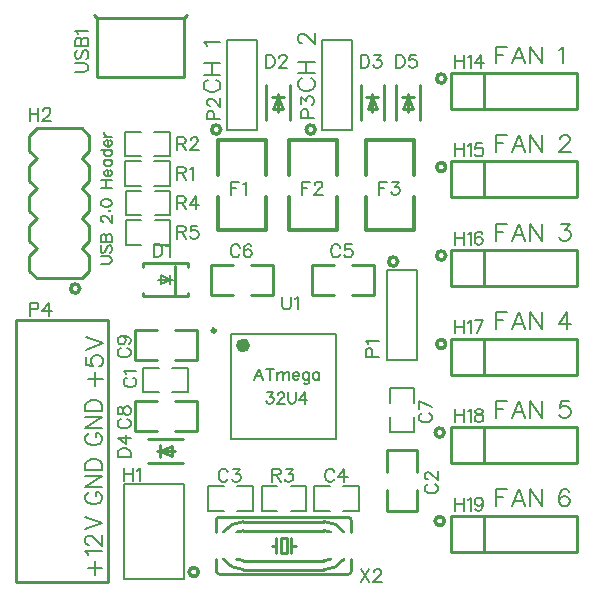
<source format=gto>
G04 Layer: TopSilkLayer*
G04 EasyEDA v6.2.44, 2019-10-08T14:21:55+02:00*
G04 eb769dd03b8a4f4b8b9bb7d3164b0f61,d54f43e133bf43b298e367d61d3b1b7b,10*
G04 Gerber Generator version 0.2*
G04 Scale: 100 percent, Rotated: No, Reflected: No *
G04 Dimensions in millimeters *
G04 leading zeros omitted , absolute positions ,3 integer and 3 decimal *
%FSLAX33Y33*%
%MOMM*%
G90*
G71D02*

%ADD10C,0.254000*%
%ADD11C,0.299999*%
%ADD33C,0.203200*%
%ADD34C,0.202999*%
%ADD35C,0.330200*%
%ADD36C,0.200000*%
%ADD37C,0.199898*%
%ADD38C,0.127000*%
%ADD39C,0.599999*%
%ADD40C,0.152400*%

%LPD*%
G54D10*
G01X299Y400D02*
G01X299Y22600D01*
G01X8099Y22600D01*
G01X8099Y400D01*
G01X299Y400D01*
G54D33*
G01X26229Y40595D02*
G01X26229Y38690D01*
G01X28769Y38690D01*
G01X28769Y46310D01*
G01X26229Y46310D01*
G54D34*
G01X26229Y46310D02*
G01X26229Y40595D01*
G54D35*
G01X23467Y34889D02*
G01X23467Y37810D01*
G01X27531Y37810D01*
G01X27531Y34889D01*
G01X23467Y32984D02*
G01X23467Y30190D01*
G01X27531Y30190D01*
G01X27531Y32984D01*
G01X17467Y34889D02*
G01X17467Y37810D01*
G01X21531Y37810D01*
G01X21531Y34889D01*
G01X17467Y32984D02*
G01X17467Y30190D01*
G01X21531Y30190D01*
G01X21531Y32984D01*
G54D33*
G01X18229Y40595D02*
G01X18229Y38690D01*
G01X20769Y38690D01*
G01X20769Y46310D01*
G01X18229Y46310D01*
G54D34*
G01X18229Y46310D02*
G01X18229Y40595D01*
G54D33*
G01X34269Y24905D02*
G01X34269Y26810D01*
G01X31729Y26810D01*
G01X31729Y19190D01*
G01X34269Y19190D01*
G54D34*
G01X34269Y19190D02*
G01X34269Y24905D01*
G54D36*
G01X27449Y21450D02*
G01X27449Y12550D01*
G01X18549Y12550D01*
G01X18549Y21450D01*
G01X27449Y21450D01*
G54D37*
G01X28054Y6466D02*
G01X29374Y6466D01*
G01X29374Y8536D01*
G01X28054Y8536D01*
G01X26922Y6466D02*
G01X25602Y6466D01*
G01X25602Y8536D01*
G01X26922Y8536D01*
G01X19054Y6466D02*
G01X20374Y6466D01*
G01X20374Y8536D01*
G01X19054Y8536D01*
G01X17922Y6466D02*
G01X16602Y6466D01*
G01X16602Y8536D01*
G01X17922Y8536D01*
G01X12444Y18535D02*
G01X11124Y18535D01*
G01X11124Y16465D01*
G01X12444Y16465D01*
G01X13576Y18535D02*
G01X14896Y18535D01*
G01X14896Y16465D01*
G01X13576Y16465D01*
G01X12054Y36466D02*
G01X13374Y36466D01*
G01X13374Y38536D01*
G01X12054Y38536D01*
G01X10922Y36466D02*
G01X9602Y36466D01*
G01X9602Y38536D01*
G01X10922Y38536D01*
G01X12038Y33966D02*
G01X13358Y33966D01*
G01X13358Y36036D01*
G01X12038Y36036D01*
G01X10906Y33966D02*
G01X9586Y33966D01*
G01X9586Y36036D01*
G01X10906Y36036D01*
G54D10*
G01X7163Y48165D02*
G01X6909Y48419D01*
G01X14532Y48156D02*
G01X14786Y48410D01*
G01X14549Y48200D02*
G01X14549Y43200D01*
G01X7149Y43200D01*
G01X7149Y48200D01*
G01X14549Y48200D01*
G01X37165Y43524D02*
G01X47833Y43524D01*
G01X47833Y40476D01*
G01X37165Y40476D01*
G01X37165Y43524D01*
G01X39959Y43524D02*
G01X39959Y40476D01*
G01X37165Y36024D02*
G01X47833Y36024D01*
G01X47833Y32976D01*
G01X37165Y32976D01*
G01X37165Y36024D01*
G01X39959Y36024D02*
G01X39959Y32976D01*
G01X37165Y28524D02*
G01X47833Y28524D01*
G01X47833Y25476D01*
G01X37165Y25476D01*
G01X37165Y28524D01*
G01X39959Y28524D02*
G01X39959Y25476D01*
G01X37165Y21024D02*
G01X47833Y21024D01*
G01X47833Y17976D01*
G01X37165Y17976D01*
G01X37165Y21024D01*
G01X39959Y21024D02*
G01X39959Y17976D01*
G01X37165Y13524D02*
G01X47833Y13524D01*
G01X47833Y10476D01*
G01X37165Y10476D01*
G01X37165Y13524D01*
G01X39959Y13524D02*
G01X39959Y10476D01*
G01X37165Y6024D02*
G01X47833Y6024D01*
G01X47833Y2976D01*
G01X37165Y2976D01*
G01X37165Y6024D01*
G01X39959Y6024D02*
G01X39959Y2976D01*
G01X14899Y24600D02*
G01X11099Y24600D01*
G01X13799Y27200D02*
G01X13799Y24701D01*
G54D38*
G01X13373Y26000D02*
G01X13373Y26381D01*
G01X12611Y26381D02*
G01X13373Y26000D01*
G01X12611Y26000D02*
G01X12611Y26381D01*
G01X13373Y26000D02*
G01X13373Y25619D01*
G01X12611Y25619D02*
G01X13373Y26000D01*
G01X12611Y26000D02*
G01X12611Y25619D01*
G01X12357Y26000D02*
G01X13627Y26000D01*
G54D10*
G01X14899Y27400D02*
G01X11099Y27400D01*
G01X14899Y24600D02*
G01X14899Y24869D01*
G01X14899Y27132D02*
G01X14899Y27400D01*
G01X11099Y24600D02*
G01X11099Y24869D01*
G01X11099Y27132D02*
G01X11099Y27400D01*
G01X22499Y41508D02*
G01X22906Y40492D01*
G01X22906Y40492D02*
G01X22093Y40492D01*
G01X22093Y40492D02*
G01X22499Y41508D01*
G01X23499Y42500D02*
G01X23499Y39500D01*
G01X21499Y42500D02*
G01X21499Y39500D01*
G01X23007Y41508D02*
G01X21991Y41508D01*
G01X22499Y41762D02*
G01X22499Y40238D01*
G01X30499Y41508D02*
G01X30906Y40492D01*
G01X30906Y40492D02*
G01X30093Y40492D01*
G01X30093Y40492D02*
G01X30499Y41508D01*
G01X31499Y42500D02*
G01X31499Y39500D01*
G01X29499Y42500D02*
G01X29499Y39500D01*
G01X31007Y41508D02*
G01X29991Y41508D01*
G01X30499Y41762D02*
G01X30499Y40238D01*
G01X31729Y8238D02*
G01X31729Y6390D01*
G01X34269Y6390D01*
G01X34269Y8238D01*
G01X34269Y9762D02*
G01X34269Y11620D01*
G01X31729Y11620D01*
G01X31729Y9762D01*
G01X27237Y27270D02*
G01X25389Y27270D01*
G01X25389Y24730D01*
G01X27237Y24730D01*
G01X28761Y24730D02*
G01X30619Y24730D01*
G01X30619Y27270D01*
G01X28761Y27270D01*
G01X20261Y24730D02*
G01X22109Y24730D01*
G01X22109Y27270D01*
G01X20261Y27270D01*
G01X18737Y27270D02*
G01X16879Y27270D01*
G01X16879Y24730D01*
G01X18737Y24730D01*
G54D37*
G01X34034Y15555D02*
G01X34034Y16875D01*
G01X31964Y16875D01*
G01X31964Y15555D01*
G01X34034Y14423D02*
G01X34034Y13103D01*
G01X31964Y13103D01*
G01X31964Y14423D01*
G54D33*
G01X9459Y690D02*
G01X9459Y8691D01*
G01X14539Y8691D01*
G01X14539Y690D01*
G01X9459Y690D01*
G54D10*
G01X12237Y15770D02*
G01X10389Y15770D01*
G01X10389Y13230D01*
G01X12237Y13230D01*
G01X13761Y13230D02*
G01X15619Y13230D01*
G01X15619Y15770D01*
G01X13761Y15770D01*
G01X12237Y21770D02*
G01X10389Y21770D01*
G01X10389Y19230D01*
G01X12237Y19230D01*
G01X13761Y19230D02*
G01X15619Y19230D01*
G01X15619Y21770D01*
G01X13761Y21770D01*
G01X12491Y11500D02*
G01X13507Y11907D01*
G01X13507Y11907D02*
G01X13507Y11094D01*
G01X13507Y11094D02*
G01X12491Y11500D01*
G01X11499Y12500D02*
G01X14499Y12500D01*
G01X11499Y10500D02*
G01X14499Y10500D01*
G01X12491Y12008D02*
G01X12491Y10992D01*
G01X12237Y11500D02*
G01X13761Y11500D01*
G01X28714Y4643D02*
G01X28714Y5659D01*
G01X26428Y2230D02*
G01X19570Y2230D01*
G01X26428Y1468D02*
G01X19570Y1468D01*
G01X19570Y4770D02*
G01X26428Y4770D01*
G01X28460Y1087D02*
G01X17538Y1087D01*
G01X28714Y1341D02*
G01X28714Y2357D01*
G01X23634Y3500D02*
G01X24015Y3500D01*
G01X17284Y1341D02*
G01X17284Y2357D01*
G01X23634Y3500D02*
G01X23634Y2865D01*
G01X19570Y5532D02*
G01X26428Y5532D01*
G01X23634Y4135D02*
G01X23634Y3500D01*
G01X28460Y5913D02*
G01X17538Y5913D01*
G01X22364Y3500D02*
G01X21983Y3500D01*
G01X22745Y4135D02*
G01X22745Y2865D01*
G01X22364Y3500D02*
G01X22364Y2865D01*
G01X22745Y2865D02*
G01X23253Y2865D01*
G01X22364Y4135D02*
G01X22364Y3500D01*
G01X23253Y2865D02*
G01X23253Y4135D01*
G01X23253Y4135D02*
G01X22745Y4135D01*
G01X17284Y4643D02*
G01X17284Y5659D01*
G54D37*
G01X22444Y8535D02*
G01X21124Y8535D01*
G01X21124Y6465D01*
G01X22444Y6465D01*
G01X23576Y8535D02*
G01X24897Y8535D01*
G01X24897Y6465D01*
G01X23576Y6465D01*
G54D10*
G01X33499Y41508D02*
G01X33906Y40492D01*
G01X33906Y40492D02*
G01X33093Y40492D01*
G01X33093Y40492D02*
G01X33499Y41508D01*
G01X34499Y42500D02*
G01X34499Y39500D01*
G01X32499Y42500D02*
G01X32499Y39500D01*
G01X34007Y41508D02*
G01X32991Y41508D01*
G01X33499Y41762D02*
G01X33499Y40238D01*
G54D35*
G01X29967Y34889D02*
G01X29967Y37810D01*
G01X34031Y37810D01*
G01X34031Y34889D01*
G01X29967Y32984D02*
G01X29967Y30190D01*
G01X34031Y30190D01*
G01X34031Y32984D01*
G54D10*
G01X2094Y38850D02*
G01X5904Y38850D01*
G01X2094Y26151D02*
G01X5904Y26151D01*
G01X2094Y26151D02*
G01X1459Y26786D01*
G01X1459Y28056D01*
G01X2094Y28691D01*
G01X5904Y26151D02*
G01X6539Y26786D01*
G01X6539Y28056D01*
G01X5904Y28691D01*
G01X2094Y28691D02*
G01X1459Y29326D01*
G01X1459Y30596D01*
G01X2094Y31231D01*
G01X5904Y28691D02*
G01X6539Y29326D01*
G01X6539Y30596D01*
G01X5904Y31231D01*
G01X2094Y31231D02*
G01X1459Y31866D01*
G01X1459Y33136D01*
G01X2094Y33771D01*
G01X5904Y31231D02*
G01X6539Y31866D01*
G01X6539Y33136D01*
G01X5904Y33771D01*
G01X2094Y33771D02*
G01X1459Y34406D01*
G01X1459Y35676D01*
G01X2094Y36311D01*
G01X5904Y33771D02*
G01X6539Y34406D01*
G01X6539Y35676D01*
G01X5904Y36311D01*
G01X2094Y36311D02*
G01X1459Y36946D01*
G01X1459Y38216D01*
G01X2094Y38851D01*
G01X5904Y36311D02*
G01X6539Y36946D01*
G01X6539Y38216D01*
G01X5904Y38851D01*
G54D37*
G01X10928Y33535D02*
G01X9608Y33535D01*
G01X9608Y31465D01*
G01X10928Y31465D01*
G01X12060Y33535D02*
G01X13380Y33535D01*
G01X13380Y31465D01*
G01X12060Y31465D01*
G01X10944Y31035D02*
G01X9624Y31035D01*
G01X9624Y28965D01*
G01X10944Y28965D01*
G01X12076Y31035D02*
G01X13397Y31035D01*
G01X13397Y28965D01*
G01X12076Y28965D01*
G54D40*
G01X1499Y24063D02*
G01X1499Y22974D01*
G01X1499Y24063D02*
G01X1966Y24063D01*
G01X2121Y24012D01*
G01X2175Y23959D01*
G01X2226Y23855D01*
G01X2226Y23700D01*
G01X2175Y23596D01*
G01X2121Y23545D01*
G01X1966Y23492D01*
G01X1499Y23492D01*
G01X3089Y24063D02*
G01X2568Y23337D01*
G01X3348Y23337D01*
G01X3089Y24063D02*
G01X3089Y22974D01*
G01X24480Y39745D02*
G01X25570Y39745D01*
G01X24480Y39745D02*
G01X24480Y40213D01*
G01X24531Y40368D01*
G01X24582Y40421D01*
G01X24686Y40472D01*
G01X24843Y40472D01*
G01X24947Y40421D01*
G01X24998Y40368D01*
G01X25052Y40213D01*
G01X25052Y39745D01*
G01X24480Y40919D02*
G01X24480Y41490D01*
G01X24894Y41181D01*
G01X24894Y41335D01*
G01X24947Y41440D01*
G01X24998Y41490D01*
G01X25153Y41544D01*
G01X25257Y41544D01*
G01X25415Y41490D01*
G01X25519Y41386D01*
G01X25570Y41231D01*
G01X25570Y41076D01*
G01X25519Y40919D01*
G01X25466Y40868D01*
G01X25361Y40815D01*
G01X24561Y34318D02*
G01X24561Y33228D01*
G01X24561Y34318D02*
G01X25237Y34318D01*
G01X24561Y33799D02*
G01X24978Y33799D01*
G01X25631Y34058D02*
G01X25631Y34112D01*
G01X25684Y34216D01*
G01X25735Y34267D01*
G01X25839Y34318D01*
G01X26047Y34318D01*
G01X26151Y34267D01*
G01X26202Y34216D01*
G01X26255Y34112D01*
G01X26255Y34008D01*
G01X26202Y33904D01*
G01X26098Y33746D01*
G01X25580Y33228D01*
G01X26306Y33228D01*
G01X18561Y34285D02*
G01X18561Y33195D01*
G01X18561Y34285D02*
G01X19237Y34285D01*
G01X18561Y33767D02*
G01X18978Y33767D01*
G01X19580Y34079D02*
G01X19684Y34130D01*
G01X19839Y34285D01*
G01X19839Y33195D01*
G01X16517Y39598D02*
G01X17607Y39598D01*
G01X16517Y39598D02*
G01X16517Y40065D01*
G01X16568Y40220D01*
G01X16619Y40274D01*
G01X16723Y40325D01*
G01X16880Y40325D01*
G01X16984Y40274D01*
G01X17035Y40220D01*
G01X17089Y40065D01*
G01X17089Y39598D01*
G01X16776Y40721D02*
G01X16723Y40721D01*
G01X16619Y40772D01*
G01X16568Y40825D01*
G01X16517Y40929D01*
G01X16517Y41135D01*
G01X16568Y41239D01*
G01X16619Y41292D01*
G01X16723Y41343D01*
G01X16827Y41343D01*
G01X16931Y41292D01*
G01X17089Y41188D01*
G01X17607Y40667D01*
G01X17607Y41396D01*
G01X29937Y19500D02*
G01X31027Y19500D01*
G01X29937Y19500D02*
G01X29937Y19968D01*
G01X29988Y20123D01*
G01X30039Y20176D01*
G01X30143Y20227D01*
G01X30300Y20227D01*
G01X30404Y20176D01*
G01X30455Y20123D01*
G01X30509Y19968D01*
G01X30509Y19500D01*
G01X30143Y20570D02*
G01X30092Y20674D01*
G01X29937Y20831D01*
G01X31027Y20831D01*
G01X22872Y24585D02*
G01X22872Y23805D01*
G01X22923Y23650D01*
G01X23027Y23546D01*
G01X23184Y23495D01*
G01X23289Y23495D01*
G01X23444Y23546D01*
G01X23548Y23650D01*
G01X23599Y23805D01*
G01X23599Y24585D01*
G01X23941Y24377D02*
G01X24046Y24430D01*
G01X24203Y24585D01*
G01X24203Y23495D01*
G01X27279Y9741D02*
G01X27226Y9845D01*
G01X27121Y9950D01*
G01X27020Y10000D01*
G01X26811Y10000D01*
G01X26707Y9950D01*
G01X26603Y9845D01*
G01X26550Y9741D01*
G01X26499Y9584D01*
G01X26499Y9325D01*
G01X26550Y9170D01*
G01X26603Y9066D01*
G01X26707Y8962D01*
G01X26811Y8908D01*
G01X27020Y8908D01*
G01X27121Y8962D01*
G01X27226Y9066D01*
G01X27279Y9170D01*
G01X28140Y10000D02*
G01X27622Y9274D01*
G01X28402Y9274D01*
G01X28140Y10000D02*
G01X28140Y8908D01*
G01X18279Y9741D02*
G01X18226Y9846D01*
G01X18121Y9950D01*
G01X18020Y10000D01*
G01X17812Y10000D01*
G01X17707Y9950D01*
G01X17603Y9846D01*
G01X17550Y9741D01*
G01X17499Y9584D01*
G01X17499Y9325D01*
G01X17550Y9170D01*
G01X17603Y9066D01*
G01X17707Y8962D01*
G01X17812Y8908D01*
G01X18020Y8908D01*
G01X18121Y8962D01*
G01X18226Y9066D01*
G01X18279Y9170D01*
G01X18726Y10000D02*
G01X19297Y10000D01*
G01X18985Y9584D01*
G01X19140Y9584D01*
G01X19244Y9533D01*
G01X19297Y9480D01*
G01X19348Y9325D01*
G01X19348Y9221D01*
G01X19297Y9066D01*
G01X19193Y8962D01*
G01X19036Y8908D01*
G01X18881Y8908D01*
G01X18726Y8962D01*
G01X18673Y9012D01*
G01X18622Y9117D01*
G01X9695Y17717D02*
G01X9591Y17664D01*
G01X9487Y17559D01*
G01X9436Y17458D01*
G01X9436Y17250D01*
G01X9487Y17145D01*
G01X9591Y17041D01*
G01X9695Y16988D01*
G01X9852Y16937D01*
G01X10111Y16937D01*
G01X10266Y16988D01*
G01X10370Y17041D01*
G01X10475Y17145D01*
G01X10528Y17250D01*
G01X10528Y17458D01*
G01X10475Y17559D01*
G01X10370Y17664D01*
G01X10266Y17717D01*
G01X9644Y18060D02*
G01X9591Y18164D01*
G01X9436Y18319D01*
G01X10528Y18319D01*
G01X13999Y38064D02*
G01X13999Y36972D01*
G01X13999Y38064D02*
G01X14466Y38064D01*
G01X14621Y38013D01*
G01X14675Y37960D01*
G01X14726Y37856D01*
G01X14726Y37751D01*
G01X14675Y37647D01*
G01X14621Y37596D01*
G01X14466Y37543D01*
G01X13999Y37543D01*
G01X14362Y37543D02*
G01X14726Y36972D01*
G01X15122Y37805D02*
G01X15122Y37856D01*
G01X15173Y37960D01*
G01X15226Y38013D01*
G01X15330Y38064D01*
G01X15536Y38064D01*
G01X15640Y38013D01*
G01X15693Y37960D01*
G01X15744Y37856D01*
G01X15744Y37751D01*
G01X15693Y37647D01*
G01X15589Y37492D01*
G01X15068Y36972D01*
G01X15797Y36972D01*
G01X13999Y35564D02*
G01X13999Y34472D01*
G01X13999Y35564D02*
G01X14466Y35564D01*
G01X14621Y35513D01*
G01X14675Y35460D01*
G01X14726Y35356D01*
G01X14726Y35251D01*
G01X14675Y35147D01*
G01X14621Y35096D01*
G01X14466Y35043D01*
G01X13999Y35043D01*
G01X14362Y35043D02*
G01X14726Y34472D01*
G01X15068Y35356D02*
G01X15173Y35409D01*
G01X15330Y35564D01*
G01X15330Y34472D01*
G01X5349Y43631D02*
G01X6127Y43631D01*
G01X6284Y43682D01*
G01X6388Y43786D01*
G01X6439Y43943D01*
G01X6439Y44047D01*
G01X6388Y44202D01*
G01X6284Y44306D01*
G01X6127Y44357D01*
G01X5349Y44357D01*
G01X5504Y45429D02*
G01X5400Y45325D01*
G01X5349Y45168D01*
G01X5349Y44962D01*
G01X5400Y44804D01*
G01X5504Y44700D01*
G01X5608Y44700D01*
G01X5713Y44753D01*
G01X5763Y44804D01*
G01X5817Y44908D01*
G01X5921Y45221D01*
G01X5972Y45325D01*
G01X6025Y45376D01*
G01X6127Y45429D01*
G01X6284Y45429D01*
G01X6388Y45325D01*
G01X6439Y45168D01*
G01X6439Y44962D01*
G01X6388Y44804D01*
G01X6284Y44700D01*
G01X5349Y45772D02*
G01X6439Y45772D01*
G01X5349Y45772D02*
G01X5349Y46239D01*
G01X5400Y46394D01*
G01X5453Y46448D01*
G01X5555Y46498D01*
G01X5659Y46498D01*
G01X5763Y46448D01*
G01X5817Y46394D01*
G01X5867Y46239D01*
G01X5867Y45772D02*
G01X5867Y46239D01*
G01X5921Y46394D01*
G01X5972Y46448D01*
G01X6076Y46498D01*
G01X6231Y46498D01*
G01X6335Y46448D01*
G01X6388Y46394D01*
G01X6439Y46239D01*
G01X6439Y45772D01*
G01X5555Y46841D02*
G01X5504Y46946D01*
G01X5349Y47100D01*
G01X6439Y47100D01*
G01X37499Y45063D02*
G01X37499Y43973D01*
G01X38226Y45063D02*
G01X38226Y43973D01*
G01X37499Y44544D02*
G01X38226Y44544D01*
G01X38568Y44857D02*
G01X38673Y44908D01*
G01X38830Y45063D01*
G01X38830Y43973D01*
G01X39691Y45063D02*
G01X39173Y44336D01*
G01X39950Y44336D01*
G01X39691Y45063D02*
G01X39691Y43973D01*
G01X37499Y37563D02*
G01X37499Y36473D01*
G01X38226Y37563D02*
G01X38226Y36473D01*
G01X37499Y37044D02*
G01X38226Y37044D01*
G01X38568Y37357D02*
G01X38673Y37408D01*
G01X38830Y37563D01*
G01X38830Y36473D01*
G01X39795Y37563D02*
G01X39277Y37563D01*
G01X39224Y37095D01*
G01X39277Y37149D01*
G01X39432Y37199D01*
G01X39587Y37199D01*
G01X39744Y37149D01*
G01X39849Y37044D01*
G01X39899Y36889D01*
G01X39899Y36785D01*
G01X39849Y36628D01*
G01X39744Y36524D01*
G01X39587Y36473D01*
G01X39432Y36473D01*
G01X39277Y36524D01*
G01X39224Y36577D01*
G01X39173Y36681D01*
G01X37499Y30063D02*
G01X37499Y28973D01*
G01X38226Y30063D02*
G01X38226Y28973D01*
G01X37499Y29544D02*
G01X38226Y29544D01*
G01X38568Y29857D02*
G01X38673Y29908D01*
G01X38830Y30063D01*
G01X38830Y28973D01*
G01X39795Y29908D02*
G01X39744Y30012D01*
G01X39587Y30063D01*
G01X39483Y30063D01*
G01X39328Y30012D01*
G01X39224Y29857D01*
G01X39173Y29595D01*
G01X39173Y29336D01*
G01X39224Y29128D01*
G01X39328Y29024D01*
G01X39483Y28973D01*
G01X39536Y28973D01*
G01X39691Y29024D01*
G01X39795Y29128D01*
G01X39849Y29285D01*
G01X39849Y29336D01*
G01X39795Y29491D01*
G01X39691Y29595D01*
G01X39536Y29649D01*
G01X39483Y29649D01*
G01X39328Y29595D01*
G01X39224Y29491D01*
G01X39173Y29336D01*
G01X37499Y22563D02*
G01X37499Y21473D01*
G01X38226Y22563D02*
G01X38226Y21473D01*
G01X37499Y22044D02*
G01X38226Y22044D01*
G01X38568Y22357D02*
G01X38673Y22408D01*
G01X38830Y22563D01*
G01X38830Y21473D01*
G01X39899Y22563D02*
G01X39379Y21473D01*
G01X39173Y22563D02*
G01X39899Y22563D01*
G01X37499Y15063D02*
G01X37499Y13973D01*
G01X38226Y15063D02*
G01X38226Y13973D01*
G01X37499Y14544D02*
G01X38226Y14544D01*
G01X38568Y14857D02*
G01X38673Y14908D01*
G01X38830Y15063D01*
G01X38830Y13973D01*
G01X39432Y15063D02*
G01X39277Y15012D01*
G01X39224Y14908D01*
G01X39224Y14803D01*
G01X39277Y14699D01*
G01X39379Y14649D01*
G01X39587Y14595D01*
G01X39744Y14544D01*
G01X39849Y14440D01*
G01X39899Y14336D01*
G01X39899Y14181D01*
G01X39849Y14077D01*
G01X39795Y14024D01*
G01X39640Y13973D01*
G01X39432Y13973D01*
G01X39277Y14024D01*
G01X39224Y14077D01*
G01X39173Y14181D01*
G01X39173Y14336D01*
G01X39224Y14440D01*
G01X39328Y14544D01*
G01X39483Y14595D01*
G01X39691Y14649D01*
G01X39795Y14699D01*
G01X39849Y14803D01*
G01X39849Y14908D01*
G01X39795Y15012D01*
G01X39640Y15063D01*
G01X39432Y15063D01*
G01X37499Y7563D02*
G01X37499Y6473D01*
G01X38226Y7563D02*
G01X38226Y6473D01*
G01X37499Y7044D02*
G01X38226Y7044D01*
G01X38568Y7357D02*
G01X38673Y7408D01*
G01X38830Y7563D01*
G01X38830Y6473D01*
G01X39849Y7199D02*
G01X39795Y7044D01*
G01X39691Y6940D01*
G01X39536Y6889D01*
G01X39483Y6889D01*
G01X39328Y6940D01*
G01X39224Y7044D01*
G01X39173Y7199D01*
G01X39173Y7253D01*
G01X39224Y7408D01*
G01X39328Y7512D01*
G01X39483Y7563D01*
G01X39536Y7563D01*
G01X39691Y7512D01*
G01X39795Y7408D01*
G01X39849Y7199D01*
G01X39849Y6940D01*
G01X39795Y6681D01*
G01X39691Y6524D01*
G01X39536Y6473D01*
G01X39432Y6473D01*
G01X39277Y6524D01*
G01X39224Y6628D01*
G01X11999Y29065D02*
G01X11999Y27972D01*
G01X11999Y29065D02*
G01X12362Y29065D01*
G01X12520Y29011D01*
G01X12621Y28907D01*
G01X12675Y28803D01*
G01X12726Y28648D01*
G01X12726Y28389D01*
G01X12675Y28231D01*
G01X12621Y28127D01*
G01X12520Y28026D01*
G01X12362Y27972D01*
G01X11999Y27972D01*
G01X13068Y28856D02*
G01X13173Y28907D01*
G01X13330Y29065D01*
G01X13330Y27972D01*
G01X21499Y45063D02*
G01X21499Y43974D01*
G01X21499Y45063D02*
G01X21862Y45063D01*
G01X22020Y45012D01*
G01X22121Y44908D01*
G01X22175Y44804D01*
G01X22226Y44649D01*
G01X22226Y44388D01*
G01X22175Y44233D01*
G01X22121Y44129D01*
G01X22020Y44024D01*
G01X21862Y43974D01*
G01X21499Y43974D01*
G01X22622Y44804D02*
G01X22622Y44855D01*
G01X22673Y44959D01*
G01X22726Y45012D01*
G01X22830Y45063D01*
G01X23036Y45063D01*
G01X23140Y45012D01*
G01X23193Y44959D01*
G01X23244Y44855D01*
G01X23244Y44751D01*
G01X23193Y44649D01*
G01X23089Y44492D01*
G01X22568Y43974D01*
G01X23297Y43974D01*
G01X29499Y45063D02*
G01X29499Y43974D01*
G01X29499Y45063D02*
G01X29862Y45063D01*
G01X30020Y45012D01*
G01X30121Y44908D01*
G01X30175Y44804D01*
G01X30226Y44649D01*
G01X30226Y44388D01*
G01X30175Y44233D01*
G01X30121Y44129D01*
G01X30020Y44024D01*
G01X29862Y43974D01*
G01X29499Y43974D01*
G01X30673Y45063D02*
G01X31244Y45063D01*
G01X30934Y44649D01*
G01X31089Y44649D01*
G01X31193Y44596D01*
G01X31244Y44545D01*
G01X31297Y44388D01*
G01X31297Y44284D01*
G01X31244Y44129D01*
G01X31140Y44024D01*
G01X30985Y43974D01*
G01X30830Y43974D01*
G01X30673Y44024D01*
G01X30622Y44078D01*
G01X30568Y44179D01*
G01X35196Y8718D02*
G01X35092Y8665D01*
G01X34988Y8561D01*
G01X34937Y8459D01*
G01X34937Y8251D01*
G01X34988Y8147D01*
G01X35092Y8042D01*
G01X35196Y7989D01*
G01X35351Y7938D01*
G01X35610Y7938D01*
G01X35768Y7989D01*
G01X35872Y8042D01*
G01X35976Y8147D01*
G01X36027Y8251D01*
G01X36027Y8459D01*
G01X35976Y8561D01*
G01X35872Y8665D01*
G01X35768Y8718D01*
G01X35196Y9112D02*
G01X35143Y9112D01*
G01X35039Y9165D01*
G01X34988Y9216D01*
G01X34937Y9320D01*
G01X34937Y9528D01*
G01X34988Y9633D01*
G01X35039Y9683D01*
G01X35143Y9737D01*
G01X35247Y9737D01*
G01X35351Y9683D01*
G01X35508Y9579D01*
G01X36027Y9061D01*
G01X36027Y9787D01*
G01X27779Y28741D02*
G01X27726Y28845D01*
G01X27621Y28950D01*
G01X27520Y29000D01*
G01X27312Y29000D01*
G01X27207Y28950D01*
G01X27103Y28845D01*
G01X27050Y28741D01*
G01X26999Y28586D01*
G01X26999Y28327D01*
G01X27050Y28170D01*
G01X27103Y28066D01*
G01X27207Y27962D01*
G01X27312Y27911D01*
G01X27520Y27911D01*
G01X27621Y27962D01*
G01X27726Y28066D01*
G01X27779Y28170D01*
G01X28744Y29000D02*
G01X28226Y29000D01*
G01X28173Y28533D01*
G01X28226Y28586D01*
G01X28381Y28637D01*
G01X28536Y28637D01*
G01X28693Y28586D01*
G01X28797Y28482D01*
G01X28848Y28327D01*
G01X28848Y28223D01*
G01X28797Y28066D01*
G01X28693Y27962D01*
G01X28536Y27911D01*
G01X28381Y27911D01*
G01X28226Y27962D01*
G01X28173Y28015D01*
G01X28122Y28119D01*
G01X19279Y28741D02*
G01X19226Y28845D01*
G01X19121Y28950D01*
G01X19020Y29000D01*
G01X18812Y29000D01*
G01X18707Y28950D01*
G01X18603Y28845D01*
G01X18550Y28741D01*
G01X18499Y28586D01*
G01X18499Y28327D01*
G01X18550Y28170D01*
G01X18603Y28066D01*
G01X18707Y27962D01*
G01X18812Y27911D01*
G01X19020Y27911D01*
G01X19121Y27962D01*
G01X19226Y28066D01*
G01X19279Y28170D01*
G01X20244Y28845D02*
G01X20193Y28950D01*
G01X20036Y29000D01*
G01X19934Y29000D01*
G01X19777Y28950D01*
G01X19673Y28795D01*
G01X19622Y28533D01*
G01X19622Y28274D01*
G01X19673Y28066D01*
G01X19777Y27962D01*
G01X19934Y27911D01*
G01X19985Y27911D01*
G01X20140Y27962D01*
G01X20244Y28066D01*
G01X20297Y28223D01*
G01X20297Y28274D01*
G01X20244Y28429D01*
G01X20140Y28533D01*
G01X19985Y28586D01*
G01X19934Y28586D01*
G01X19777Y28533D01*
G01X19673Y28429D01*
G01X19622Y28274D01*
G01X34695Y14717D02*
G01X34591Y14664D01*
G01X34487Y14559D01*
G01X34436Y14458D01*
G01X34436Y14249D01*
G01X34487Y14145D01*
G01X34591Y14041D01*
G01X34695Y13988D01*
G01X34852Y13937D01*
G01X35111Y13937D01*
G01X35266Y13988D01*
G01X35370Y14041D01*
G01X35475Y14145D01*
G01X35528Y14249D01*
G01X35528Y14458D01*
G01X35475Y14559D01*
G01X35370Y14664D01*
G01X35266Y14717D01*
G01X34436Y15786D02*
G01X35528Y15268D01*
G01X34436Y15060D02*
G01X34436Y15786D01*
G01X9499Y10063D02*
G01X9499Y8973D01*
G01X10226Y10063D02*
G01X10226Y8973D01*
G01X9499Y9544D02*
G01X10226Y9544D01*
G01X10568Y9857D02*
G01X10673Y9908D01*
G01X10830Y10063D01*
G01X10830Y8973D01*
G01X9196Y14218D02*
G01X9092Y14165D01*
G01X8988Y14061D01*
G01X8937Y13959D01*
G01X8937Y13751D01*
G01X8988Y13647D01*
G01X9092Y13543D01*
G01X9196Y13489D01*
G01X9351Y13438D01*
G01X9610Y13438D01*
G01X9768Y13489D01*
G01X9872Y13543D01*
G01X9976Y13647D01*
G01X10027Y13751D01*
G01X10027Y13959D01*
G01X9976Y14061D01*
G01X9872Y14165D01*
G01X9768Y14218D01*
G01X8937Y14820D02*
G01X8988Y14665D01*
G01X9092Y14612D01*
G01X9196Y14612D01*
G01X9300Y14665D01*
G01X9351Y14769D01*
G01X9404Y14975D01*
G01X9455Y15133D01*
G01X9559Y15237D01*
G01X9663Y15287D01*
G01X9818Y15287D01*
G01X9923Y15237D01*
G01X9976Y15183D01*
G01X10027Y15028D01*
G01X10027Y14820D01*
G01X9976Y14665D01*
G01X9923Y14612D01*
G01X9818Y14561D01*
G01X9663Y14561D01*
G01X9559Y14612D01*
G01X9455Y14716D01*
G01X9404Y14873D01*
G01X9351Y15079D01*
G01X9300Y15183D01*
G01X9196Y15237D01*
G01X9092Y15237D01*
G01X8988Y15183D01*
G01X8937Y15028D01*
G01X8937Y14820D01*
G01X9196Y20218D02*
G01X9092Y20165D01*
G01X8988Y20061D01*
G01X8937Y19959D01*
G01X8937Y19751D01*
G01X8988Y19647D01*
G01X9092Y19542D01*
G01X9196Y19489D01*
G01X9351Y19438D01*
G01X9610Y19438D01*
G01X9768Y19489D01*
G01X9872Y19542D01*
G01X9976Y19647D01*
G01X10027Y19751D01*
G01X10027Y19959D01*
G01X9976Y20061D01*
G01X9872Y20165D01*
G01X9768Y20218D01*
G01X9300Y21237D02*
G01X9455Y21183D01*
G01X9559Y21079D01*
G01X9610Y20924D01*
G01X9610Y20873D01*
G01X9559Y20716D01*
G01X9455Y20612D01*
G01X9300Y20561D01*
G01X9247Y20561D01*
G01X9092Y20612D01*
G01X8988Y20716D01*
G01X8937Y20873D01*
G01X8937Y20924D01*
G01X8988Y21079D01*
G01X9092Y21183D01*
G01X9300Y21237D01*
G01X9559Y21237D01*
G01X9818Y21183D01*
G01X9976Y21079D01*
G01X10027Y20924D01*
G01X10027Y20820D01*
G01X9976Y20665D01*
G01X9872Y20612D01*
G01X8936Y11000D02*
G01X10026Y11000D01*
G01X8936Y11000D02*
G01X8936Y11364D01*
G01X8987Y11521D01*
G01X9091Y11623D01*
G01X9195Y11676D01*
G01X9350Y11727D01*
G01X9612Y11727D01*
G01X9767Y11676D01*
G01X9871Y11623D01*
G01X9975Y11521D01*
G01X10026Y11364D01*
G01X10026Y11000D01*
G01X8936Y12590D02*
G01X9663Y12070D01*
G01X9663Y12850D01*
G01X8936Y12590D02*
G01X10026Y12590D01*
G01X29499Y1500D02*
G01X30226Y411D01*
G01X30226Y1500D02*
G01X29499Y411D01*
G01X30622Y1241D02*
G01X30622Y1295D01*
G01X30673Y1399D01*
G01X30726Y1450D01*
G01X30830Y1500D01*
G01X31036Y1500D01*
G01X31140Y1450D01*
G01X31193Y1399D01*
G01X31244Y1295D01*
G01X31244Y1191D01*
G01X31193Y1086D01*
G01X31089Y929D01*
G01X30568Y411D01*
G01X31297Y411D01*
G01X21999Y10000D02*
G01X21999Y8908D01*
G01X21999Y10000D02*
G01X22467Y10000D01*
G01X22621Y9950D01*
G01X22675Y9896D01*
G01X22726Y9792D01*
G01X22726Y9688D01*
G01X22675Y9584D01*
G01X22621Y9533D01*
G01X22467Y9480D01*
G01X21999Y9480D01*
G01X22362Y9480D02*
G01X22726Y8908D01*
G01X23173Y10000D02*
G01X23744Y10000D01*
G01X23434Y9584D01*
G01X23589Y9584D01*
G01X23693Y9533D01*
G01X23744Y9480D01*
G01X23797Y9325D01*
G01X23797Y9221D01*
G01X23744Y9066D01*
G01X23640Y8962D01*
G01X23485Y8908D01*
G01X23330Y8908D01*
G01X23173Y8962D01*
G01X23122Y9012D01*
G01X23069Y9116D01*
G01X32499Y45063D02*
G01X32499Y43974D01*
G01X32499Y45063D02*
G01X32862Y45063D01*
G01X33020Y45012D01*
G01X33121Y44908D01*
G01X33175Y44804D01*
G01X33226Y44649D01*
G01X33226Y44388D01*
G01X33175Y44233D01*
G01X33121Y44129D01*
G01X33020Y44024D01*
G01X32862Y43974D01*
G01X32499Y43974D01*
G01X34193Y45063D02*
G01X33673Y45063D01*
G01X33622Y44596D01*
G01X33673Y44649D01*
G01X33830Y44700D01*
G01X33985Y44700D01*
G01X34140Y44649D01*
G01X34244Y44545D01*
G01X34297Y44388D01*
G01X34297Y44284D01*
G01X34244Y44129D01*
G01X34140Y44024D01*
G01X33985Y43974D01*
G01X33830Y43974D01*
G01X33673Y44024D01*
G01X33622Y44078D01*
G01X33568Y44179D01*
G01X31061Y34318D02*
G01X31061Y33228D01*
G01X31061Y34318D02*
G01X31737Y34318D01*
G01X31061Y33799D02*
G01X31478Y33799D01*
G01X32184Y34318D02*
G01X32755Y34318D01*
G01X32443Y33904D01*
G01X32598Y33904D01*
G01X32702Y33850D01*
G01X32755Y33799D01*
G01X32806Y33644D01*
G01X32806Y33540D01*
G01X32755Y33383D01*
G01X32651Y33279D01*
G01X32496Y33228D01*
G01X32339Y33228D01*
G01X32184Y33279D01*
G01X32131Y33332D01*
G01X32080Y33436D01*
G01X1499Y40563D02*
G01X1499Y39473D01*
G01X2226Y40563D02*
G01X2226Y39473D01*
G01X1499Y40044D02*
G01X2226Y40044D01*
G01X2622Y40303D02*
G01X2622Y40357D01*
G01X2673Y40461D01*
G01X2726Y40512D01*
G01X2830Y40563D01*
G01X3036Y40563D01*
G01X3140Y40512D01*
G01X3193Y40461D01*
G01X3244Y40357D01*
G01X3244Y40253D01*
G01X3193Y40149D01*
G01X3089Y39991D01*
G01X2568Y39473D01*
G01X3297Y39473D01*
G01X13999Y33064D02*
G01X13999Y31972D01*
G01X13999Y33064D02*
G01X14466Y33064D01*
G01X14621Y33013D01*
G01X14675Y32960D01*
G01X14726Y32856D01*
G01X14726Y32751D01*
G01X14675Y32647D01*
G01X14621Y32596D01*
G01X14466Y32543D01*
G01X13999Y32543D01*
G01X14362Y32543D02*
G01X14726Y31972D01*
G01X15589Y33064D02*
G01X15068Y32337D01*
G01X15848Y32337D01*
G01X15589Y33064D02*
G01X15589Y31972D01*
G01X13999Y30564D02*
G01X13999Y29472D01*
G01X13999Y30564D02*
G01X14466Y30564D01*
G01X14621Y30513D01*
G01X14675Y30460D01*
G01X14726Y30356D01*
G01X14726Y30251D01*
G01X14675Y30147D01*
G01X14621Y30096D01*
G01X14466Y30043D01*
G01X13999Y30043D01*
G01X14362Y30043D02*
G01X14726Y29472D01*
G01X15693Y30564D02*
G01X15173Y30564D01*
G01X15122Y30096D01*
G01X15173Y30147D01*
G01X15330Y30201D01*
G01X15485Y30201D01*
G01X15640Y30147D01*
G01X15744Y30043D01*
G01X15797Y29888D01*
G01X15797Y29784D01*
G01X15744Y29629D01*
G01X15640Y29525D01*
G01X15485Y29472D01*
G01X15330Y29472D01*
G01X15173Y29525D01*
G01X15122Y29576D01*
G01X15068Y29680D01*
G54D33*
G01X16548Y42928D02*
G01X16411Y42859D01*
G01X16274Y42722D01*
G01X16208Y42587D01*
G01X16208Y42313D01*
G01X16274Y42178D01*
G01X16411Y42041D01*
G01X16548Y41973D01*
G01X16751Y41904D01*
G01X17094Y41904D01*
G01X17298Y41973D01*
G01X17435Y42041D01*
G01X17569Y42178D01*
G01X17638Y42313D01*
G01X17638Y42587D01*
G01X17569Y42722D01*
G01X17435Y42859D01*
G01X17298Y42928D01*
G01X16208Y43377D02*
G01X17638Y43377D01*
G01X16208Y44332D02*
G01X17638Y44332D01*
G01X16889Y43377D02*
G01X16889Y44332D01*
G01X16480Y45831D02*
G01X16411Y45968D01*
G01X16208Y46174D01*
G01X17638Y46174D01*
G01X24548Y43054D02*
G01X24413Y42986D01*
G01X24276Y42848D01*
G01X24208Y42714D01*
G01X24208Y42439D01*
G01X24276Y42305D01*
G01X24413Y42168D01*
G01X24548Y42099D01*
G01X24754Y42031D01*
G01X25094Y42031D01*
G01X25300Y42099D01*
G01X25435Y42168D01*
G01X25572Y42305D01*
G01X25640Y42439D01*
G01X25640Y42714D01*
G01X25572Y42848D01*
G01X25435Y42986D01*
G01X25300Y43054D01*
G01X24208Y43504D02*
G01X25640Y43504D01*
G01X24208Y44459D02*
G01X25640Y44459D01*
G01X24891Y43504D02*
G01X24891Y44459D01*
G01X24548Y46026D02*
G01X24480Y46026D01*
G01X24345Y46095D01*
G01X24276Y46163D01*
G01X24208Y46300D01*
G01X24208Y46572D01*
G01X24276Y46709D01*
G01X24345Y46778D01*
G01X24480Y46844D01*
G01X24617Y46844D01*
G01X24754Y46778D01*
G01X24957Y46641D01*
G01X25640Y45960D01*
G01X25640Y46912D01*
G01X41000Y45758D02*
G01X41000Y44325D01*
G01X41000Y45758D02*
G01X41886Y45758D01*
G01X41000Y45077D02*
G01X41543Y45077D01*
G01X42882Y45758D02*
G01X42336Y44325D01*
G01X42882Y45758D02*
G01X43425Y44325D01*
G01X42539Y44803D02*
G01X43222Y44803D01*
G01X43878Y45758D02*
G01X43878Y44325D01*
G01X43878Y45758D02*
G01X44830Y44325D01*
G01X44830Y45758D02*
G01X44830Y44325D01*
G01X46331Y45486D02*
G01X46468Y45555D01*
G01X46672Y45758D01*
G01X46672Y44325D01*
G01X41000Y38260D02*
G01X41000Y36827D01*
G01X41000Y38260D02*
G01X41887Y38260D01*
G01X41000Y37576D02*
G01X41544Y37576D01*
G01X42880Y38260D02*
G01X42336Y36827D01*
G01X42880Y38260D02*
G01X43426Y36827D01*
G01X42539Y37304D02*
G01X43223Y37304D01*
G01X43875Y38260D02*
G01X43875Y36827D01*
G01X43875Y38260D02*
G01X44831Y36827D01*
G01X44831Y38260D02*
G01X44831Y36827D01*
G01X46400Y37917D02*
G01X46400Y37985D01*
G01X46466Y38122D01*
G01X46535Y38191D01*
G01X46672Y38260D01*
G01X46944Y38260D01*
G01X47081Y38191D01*
G01X47150Y38122D01*
G01X47218Y37985D01*
G01X47218Y37848D01*
G01X47150Y37713D01*
G01X47012Y37508D01*
G01X46332Y36827D01*
G01X47287Y36827D01*
G01X41000Y30759D02*
G01X41000Y29326D01*
G01X41000Y30759D02*
G01X41887Y30759D01*
G01X41000Y30076D02*
G01X41544Y30076D01*
G01X42880Y30759D02*
G01X42336Y29326D01*
G01X42880Y30759D02*
G01X43426Y29326D01*
G01X42539Y29804D02*
G01X43223Y29804D01*
G01X43875Y30759D02*
G01X43875Y29326D01*
G01X43875Y30759D02*
G01X44831Y29326D01*
G01X44831Y30759D02*
G01X44831Y29326D01*
G01X46466Y30759D02*
G01X47218Y30759D01*
G01X46809Y30213D01*
G01X47012Y30213D01*
G01X47150Y30144D01*
G01X47218Y30076D01*
G01X47287Y29872D01*
G01X47287Y29735D01*
G01X47218Y29532D01*
G01X47081Y29395D01*
G01X46875Y29326D01*
G01X46672Y29326D01*
G01X46466Y29395D01*
G01X46400Y29464D01*
G01X46332Y29598D01*
G01X41000Y23258D02*
G01X41000Y21826D01*
G01X41000Y23258D02*
G01X41887Y23258D01*
G01X41000Y22578D02*
G01X41544Y22578D01*
G01X42880Y23258D02*
G01X42336Y21826D01*
G01X42880Y23258D02*
G01X43426Y21826D01*
G01X42539Y22303D02*
G01X43223Y22303D01*
G01X43875Y23258D02*
G01X43875Y21826D01*
G01X43875Y23258D02*
G01X44831Y21826D01*
G01X44831Y23258D02*
G01X44831Y21826D01*
G01X47012Y23258D02*
G01X46332Y22303D01*
G01X47353Y22303D01*
G01X47012Y23258D02*
G01X47012Y21826D01*
G01X41000Y15758D02*
G01X41000Y14328D01*
G01X41000Y15758D02*
G01X41887Y15758D01*
G01X41000Y15077D02*
G01X41544Y15077D01*
G01X42880Y15758D02*
G01X42336Y14328D01*
G01X42880Y15758D02*
G01X43426Y14328D01*
G01X42539Y14803D02*
G01X43223Y14803D01*
G01X43875Y15758D02*
G01X43875Y14328D01*
G01X43875Y15758D02*
G01X44831Y14328D01*
G01X44831Y15758D02*
G01X44831Y14328D01*
G01X47150Y15758D02*
G01X46466Y15758D01*
G01X46400Y15146D01*
G01X46466Y15214D01*
G01X46672Y15280D01*
G01X46875Y15280D01*
G01X47081Y15214D01*
G01X47218Y15077D01*
G01X47287Y14871D01*
G01X47287Y14737D01*
G01X47218Y14531D01*
G01X47081Y14394D01*
G01X46875Y14328D01*
G01X46672Y14328D01*
G01X46466Y14394D01*
G01X46400Y14462D01*
G01X46332Y14599D01*
G01X41000Y8260D02*
G01X41000Y6827D01*
G01X41000Y8260D02*
G01X41887Y8260D01*
G01X41000Y7576D02*
G01X41544Y7576D01*
G01X42880Y8260D02*
G01X42336Y6827D01*
G01X42880Y8260D02*
G01X43426Y6827D01*
G01X42539Y7305D02*
G01X43223Y7305D01*
G01X43875Y8260D02*
G01X43875Y6827D01*
G01X43875Y8260D02*
G01X44831Y6827D01*
G01X44831Y8260D02*
G01X44831Y6827D01*
G01X47150Y8054D02*
G01X47081Y8191D01*
G01X46875Y8260D01*
G01X46741Y8260D01*
G01X46535Y8191D01*
G01X46400Y7985D01*
G01X46332Y7645D01*
G01X46332Y7305D01*
G01X46400Y7030D01*
G01X46535Y6896D01*
G01X46741Y6827D01*
G01X46809Y6827D01*
G01X47012Y6896D01*
G01X47150Y7030D01*
G01X47218Y7236D01*
G01X47218Y7305D01*
G01X47150Y7508D01*
G01X47012Y7645D01*
G01X46809Y7713D01*
G01X46741Y7713D01*
G01X46535Y7645D01*
G01X46400Y7508D01*
G01X46332Y7305D01*
G01X21591Y16485D02*
G01X22091Y16485D01*
G01X21817Y16122D01*
G01X21954Y16122D01*
G01X22046Y16076D01*
G01X22091Y16030D01*
G01X22134Y15896D01*
G01X22134Y15804D01*
G01X22091Y15667D01*
G01X22000Y15576D01*
G01X21863Y15532D01*
G01X21726Y15532D01*
G01X21591Y15576D01*
G01X21545Y15621D01*
G01X21499Y15713D01*
G01X22480Y16259D02*
G01X22480Y16304D01*
G01X22526Y16396D01*
G01X22571Y16439D01*
G01X22663Y16485D01*
G01X22846Y16485D01*
G01X22935Y16439D01*
G01X22980Y16396D01*
G01X23026Y16304D01*
G01X23026Y16213D01*
G01X22980Y16122D01*
G01X22889Y15984D01*
G01X22437Y15532D01*
G01X23072Y15532D01*
G01X23371Y16485D02*
G01X23371Y15804D01*
G01X23417Y15667D01*
G01X23509Y15576D01*
G01X23646Y15532D01*
G01X23735Y15532D01*
G01X23872Y15576D01*
G01X23963Y15667D01*
G01X24009Y15804D01*
G01X24009Y16485D01*
G01X24763Y16485D02*
G01X24309Y15850D01*
G01X24989Y15850D01*
G01X24763Y16485D02*
G01X24763Y15532D01*
G01X20863Y18486D02*
G01X20500Y17531D01*
G01X20863Y18486D02*
G01X21227Y17531D01*
G01X20635Y17848D02*
G01X21089Y17848D01*
G01X21844Y18486D02*
G01X21844Y17531D01*
G01X21526Y18486D02*
G01X22164Y18486D01*
G01X22464Y18169D02*
G01X22464Y17531D01*
G01X22464Y17986D02*
G01X22598Y18123D01*
G01X22690Y18169D01*
G01X22827Y18169D01*
G01X22918Y18123D01*
G01X22964Y17986D01*
G01X22964Y17531D01*
G01X22964Y17986D02*
G01X23099Y18123D01*
G01X23190Y18169D01*
G01X23327Y18169D01*
G01X23416Y18123D01*
G01X23462Y17986D01*
G01X23462Y17531D01*
G01X23762Y17894D02*
G01X24308Y17894D01*
G01X24308Y17986D01*
G01X24262Y18077D01*
G01X24216Y18123D01*
G01X24127Y18169D01*
G01X23990Y18169D01*
G01X23899Y18123D01*
G01X23807Y18031D01*
G01X23762Y17894D01*
G01X23762Y17803D01*
G01X23807Y17668D01*
G01X23899Y17577D01*
G01X23990Y17531D01*
G01X24127Y17531D01*
G01X24216Y17577D01*
G01X24308Y17668D01*
G01X25153Y18169D02*
G01X25153Y17440D01*
G01X25108Y17305D01*
G01X25062Y17259D01*
G01X24973Y17213D01*
G01X24836Y17213D01*
G01X24744Y17259D01*
G01X25153Y18031D02*
G01X25062Y18123D01*
G01X24973Y18169D01*
G01X24836Y18169D01*
G01X24744Y18123D01*
G01X24653Y18031D01*
G01X24607Y17894D01*
G01X24607Y17803D01*
G01X24653Y17668D01*
G01X24744Y17577D01*
G01X24836Y17531D01*
G01X24973Y17531D01*
G01X25062Y17577D01*
G01X25153Y17668D01*
G01X25999Y18169D02*
G01X25999Y17531D01*
G01X25999Y18031D02*
G01X25908Y18123D01*
G01X25816Y18169D01*
G01X25682Y18169D01*
G01X25590Y18123D01*
G01X25499Y18031D01*
G01X25453Y17894D01*
G01X25453Y17803D01*
G01X25499Y17668D01*
G01X25590Y17577D01*
G01X25682Y17531D01*
G01X25816Y17531D01*
G01X25908Y17577D01*
G01X25999Y17668D01*
G01X6387Y1615D02*
G01X7613Y1615D01*
G01X6999Y1000D02*
G01X6999Y2227D01*
G01X6453Y2677D02*
G01X6387Y2814D01*
G01X6181Y3020D01*
G01X7613Y3020D01*
G01X6521Y3538D02*
G01X6453Y3538D01*
G01X6318Y3604D01*
G01X6249Y3673D01*
G01X6181Y3810D01*
G01X6181Y4081D01*
G01X6249Y4219D01*
G01X6318Y4287D01*
G01X6453Y4356D01*
G01X6590Y4356D01*
G01X6727Y4287D01*
G01X6930Y4150D01*
G01X7613Y3469D01*
G01X7613Y4424D01*
G01X6181Y4874D02*
G01X7613Y5418D01*
G01X6181Y5964D02*
G01X7613Y5418D01*
G01X6523Y8023D02*
G01X6385Y7954D01*
G01X6248Y7820D01*
G01X6180Y7683D01*
G01X6180Y7411D01*
G01X6248Y7274D01*
G01X6385Y7136D01*
G01X6523Y7068D01*
G01X6726Y6999D01*
G01X7066Y6999D01*
G01X7272Y7068D01*
G01X7409Y7136D01*
G01X7544Y7274D01*
G01X7612Y7411D01*
G01X7612Y7683D01*
G01X7544Y7820D01*
G01X7409Y7954D01*
G01X7272Y8023D01*
G01X7066Y8023D01*
G01X7066Y7683D02*
G01X7066Y8023D01*
G01X6180Y8472D02*
G01X7612Y8472D01*
G01X6180Y8472D02*
G01X7612Y9428D01*
G01X6180Y9428D02*
G01X7612Y9428D01*
G01X6180Y9877D02*
G01X7612Y9877D01*
G01X6180Y9877D02*
G01X6180Y10355D01*
G01X6248Y10560D01*
G01X6385Y10695D01*
G01X6523Y10764D01*
G01X6726Y10832D01*
G01X7066Y10832D01*
G01X7272Y10764D01*
G01X7409Y10695D01*
G01X7544Y10560D01*
G01X7612Y10355D01*
G01X7612Y9877D01*
G01X6523Y13023D02*
G01X6385Y12954D01*
G01X6248Y12820D01*
G01X6180Y12683D01*
G01X6180Y12411D01*
G01X6248Y12274D01*
G01X6385Y12136D01*
G01X6523Y12068D01*
G01X6726Y11999D01*
G01X7066Y11999D01*
G01X7272Y12068D01*
G01X7409Y12136D01*
G01X7544Y12274D01*
G01X7612Y12411D01*
G01X7612Y12683D01*
G01X7544Y12820D01*
G01X7409Y12954D01*
G01X7272Y13023D01*
G01X7066Y13023D01*
G01X7066Y12683D02*
G01X7066Y13023D01*
G01X6180Y13472D02*
G01X7612Y13472D01*
G01X6180Y13472D02*
G01X7612Y14428D01*
G01X6180Y14428D02*
G01X7612Y14428D01*
G01X6180Y14877D02*
G01X7612Y14877D01*
G01X6180Y14877D02*
G01X6180Y15355D01*
G01X6248Y15560D01*
G01X6385Y15695D01*
G01X6523Y15764D01*
G01X6726Y15832D01*
G01X7066Y15832D01*
G01X7272Y15764D01*
G01X7409Y15695D01*
G01X7544Y15560D01*
G01X7612Y15355D01*
G01X7612Y14877D01*
G01X6445Y17614D02*
G01X7674Y17614D01*
G01X7060Y17000D02*
G01X7060Y18227D01*
G01X6242Y19497D02*
G01X6242Y18813D01*
G01X6854Y18745D01*
G01X6788Y18813D01*
G01X6719Y19019D01*
G01X6719Y19222D01*
G01X6788Y19428D01*
G01X6922Y19565D01*
G01X7128Y19631D01*
G01X7263Y19631D01*
G01X7468Y19565D01*
G01X7606Y19428D01*
G01X7674Y19222D01*
G01X7674Y19019D01*
G01X7606Y18813D01*
G01X7537Y18745D01*
G01X7400Y18679D01*
G01X6242Y20083D02*
G01X7674Y20627D01*
G01X6242Y21173D02*
G01X7674Y20627D01*
G01X7499Y27345D02*
G01X8182Y27345D01*
G01X8317Y27390D01*
G01X8408Y27482D01*
G01X8454Y27619D01*
G01X8454Y27708D01*
G01X8408Y27845D01*
G01X8317Y27937D01*
G01X8182Y27982D01*
G01X7499Y27982D01*
G01X7636Y28917D02*
G01X7545Y28828D01*
G01X7499Y28691D01*
G01X7499Y28508D01*
G01X7545Y28373D01*
G01X7636Y28282D01*
G01X7728Y28282D01*
G01X7819Y28328D01*
G01X7862Y28373D01*
G01X7908Y28462D01*
G01X8000Y28737D01*
G01X8045Y28828D01*
G01X8091Y28871D01*
G01X8182Y28917D01*
G01X8317Y28917D01*
G01X8408Y28828D01*
G01X8454Y28691D01*
G01X8454Y28508D01*
G01X8408Y28373D01*
G01X8317Y28282D01*
G01X7499Y29217D02*
G01X8454Y29217D01*
G01X7499Y29217D02*
G01X7499Y29628D01*
G01X7545Y29763D01*
G01X7591Y29809D01*
G01X7682Y29854D01*
G01X7773Y29854D01*
G01X7862Y29809D01*
G01X7908Y29763D01*
G01X7954Y29628D01*
G01X7954Y29217D02*
G01X7954Y29628D01*
G01X8000Y29763D01*
G01X8045Y29809D01*
G01X8137Y29854D01*
G01X8271Y29854D01*
G01X8363Y29809D01*
G01X8408Y29763D01*
G01X8454Y29628D01*
G01X8454Y29217D01*
G01X7728Y30901D02*
G01X7682Y30901D01*
G01X7591Y30944D01*
G01X7545Y30990D01*
G01X7499Y31081D01*
G01X7499Y31264D01*
G01X7545Y31355D01*
G01X7591Y31399D01*
G01X7682Y31444D01*
G01X7773Y31444D01*
G01X7862Y31399D01*
G01X8000Y31310D01*
G01X8454Y30855D01*
G01X8454Y31490D01*
G01X8228Y31835D02*
G01X8271Y31790D01*
G01X8317Y31835D01*
G01X8271Y31881D01*
G01X8228Y31835D01*
G01X7499Y32455D02*
G01X7545Y32318D01*
G01X7682Y32227D01*
G01X7908Y32181D01*
G01X8045Y32181D01*
G01X8271Y32227D01*
G01X8408Y32318D01*
G01X8454Y32455D01*
G01X8454Y32544D01*
G01X8408Y32681D01*
G01X8271Y32773D01*
G01X8045Y32818D01*
G01X7908Y32818D01*
G01X7682Y32773D01*
G01X7545Y32681D01*
G01X7499Y32544D01*
G01X7499Y32455D01*
G01X7499Y33817D02*
G01X8454Y33817D01*
G01X7499Y34454D02*
G01X8454Y34454D01*
G01X7954Y33817D02*
G01X7954Y34454D01*
G01X8091Y34754D02*
G01X8091Y35300D01*
G01X8000Y35300D01*
G01X7908Y35254D01*
G01X7862Y35209D01*
G01X7819Y35117D01*
G01X7819Y34983D01*
G01X7862Y34891D01*
G01X7954Y34800D01*
G01X8091Y34754D01*
G01X8182Y34754D01*
G01X8317Y34800D01*
G01X8408Y34891D01*
G01X8454Y34983D01*
G01X8454Y35117D01*
G01X8408Y35209D01*
G01X8317Y35300D01*
G01X7819Y36146D02*
G01X8454Y36146D01*
G01X7954Y36146D02*
G01X7862Y36054D01*
G01X7819Y35963D01*
G01X7819Y35826D01*
G01X7862Y35737D01*
G01X7954Y35645D01*
G01X8091Y35600D01*
G01X8182Y35600D01*
G01X8317Y35645D01*
G01X8408Y35737D01*
G01X8454Y35826D01*
G01X8454Y35963D01*
G01X8408Y36054D01*
G01X8317Y36146D01*
G01X7499Y36992D02*
G01X8454Y36992D01*
G01X7954Y36992D02*
G01X7862Y36900D01*
G01X7819Y36809D01*
G01X7819Y36672D01*
G01X7862Y36583D01*
G01X7954Y36491D01*
G01X8091Y36446D01*
G01X8182Y36446D01*
G01X8317Y36491D01*
G01X8408Y36583D01*
G01X8454Y36672D01*
G01X8454Y36809D01*
G01X8408Y36900D01*
G01X8317Y36992D01*
G01X8091Y37291D02*
G01X8091Y37835D01*
G01X8000Y37835D01*
G01X7908Y37792D01*
G01X7862Y37746D01*
G01X7819Y37655D01*
G01X7819Y37517D01*
G01X7862Y37426D01*
G01X7954Y37337D01*
G01X8091Y37291D01*
G01X8182Y37291D01*
G01X8317Y37337D01*
G01X8408Y37426D01*
G01X8454Y37517D01*
G01X8454Y37655D01*
G01X8408Y37746D01*
G01X8317Y37835D01*
G01X7819Y38137D02*
G01X8454Y38137D01*
G01X8091Y38137D02*
G01X7954Y38180D01*
G01X7862Y38272D01*
G01X7819Y38363D01*
G01X7819Y38500D01*
G54D39*
G75*
G01X19850Y20450D02*
G03X19850Y20445I-300J-2D01*
G01*
G54D11*
G75*
G01X17224Y21725D02*
G03X17224Y21723I-150J-1D01*
G01*
G54D10*
G75*
G01X17285Y5660D02*
G02X17539Y5914I254J0D01*
G01*
G75*
G01X28461Y5914D02*
G02X28715Y5660I0J-254D01*
G01*
G75*
G01X17285Y1342D02*
G03X17539Y1088I254J0D01*
G01*
G75*
G01X19017Y4644D02*
G02X19571Y4771I554J-1143D01*
G01*
G75*
G01X19017Y2358D02*
G03X19571Y2231I554J1143D01*
G01*
G75*
G01X17891Y2358D02*
G03X19571Y1469I1680J1143D01*
G01*
G75*
G01X26429Y1469D02*
G03X28109Y2358I-1J2032D01*
G01*
G75*
G01X26429Y4771D02*
G02X26982Y4644I0J-1270D01*
G01*
G75*
G01X26429Y2231D02*
G03X26982Y2358I0J1270D01*
G01*
G75*
G01X28461Y1088D02*
G03X28715Y1342I0J254D01*
G01*
G75*
G01X26429Y5533D02*
G02X28109Y4644I0J-2032D01*
G01*
G75*
G01X17891Y4644D02*
G02X19571Y5533I1680J-1143D01*
G01*
G54D11*
G75*
G01X15756Y1265D02*
G03X15756Y1265I-381J0D01*
G01*
G75*
G01X5723Y25268D02*
G03X5723Y25268I-381J0D01*
G01*
G75*
G01X36584Y5583D02*
G03X36584Y5583I-381J0D01*
G01*
G75*
G01X36584Y13076D02*
G03X36584Y13076I-381J0D01*
G01*
G75*
G01X36711Y20569D02*
G03X36711Y20569I-381J0D01*
G01*
G75*
G01X36711Y28062D02*
G03X36711Y28062I-381J0D01*
G01*
G75*
G01X36711Y35555D02*
G03X36711Y35555I-381J0D01*
G01*
G75*
G01X36711Y43048D02*
G03X36711Y43048I-381J0D01*
G01*
G75*
G01X25662Y38730D02*
G03X25662Y38730I-381J0D01*
G01*
G75*
G01X17661Y38730D02*
G03X17661Y38730I-381J0D01*
G01*
G75*
G01X32647Y27554D02*
G03X32647Y27554I-381J0D01*
G01*
M00*
M02*

</source>
